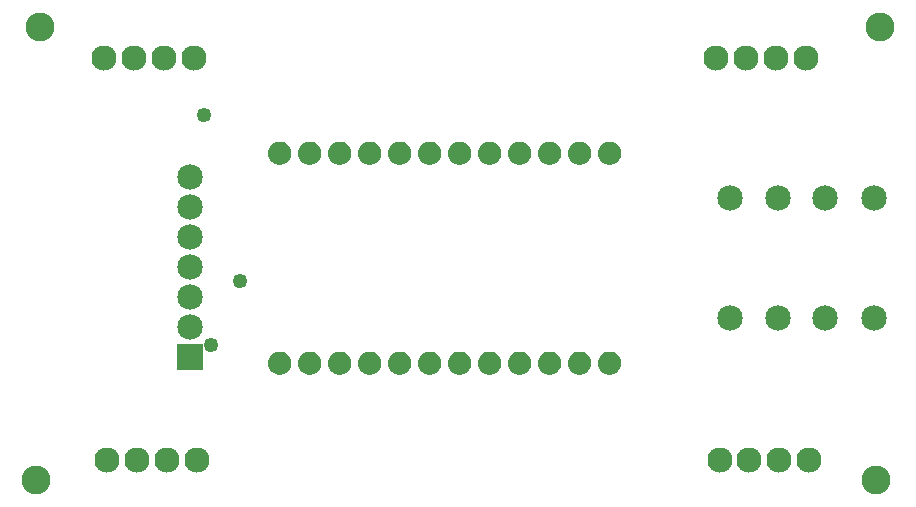
<source format=gbs>
G04 MADE WITH FRITZING*
G04 WWW.FRITZING.ORG*
G04 DOUBLE SIDED*
G04 HOLES PLATED*
G04 CONTOUR ON CENTER OF CONTOUR VECTOR*
%ASAXBY*%
%FSLAX23Y23*%
%MOIN*%
%OFA0B0*%
%SFA1.0B1.0*%
%ADD10C,0.085000*%
%ADD11C,0.049370*%
%ADD12C,0.096614*%
%ADD13C,0.083889*%
%ADD14R,0.010150X0.010150*%
%ADD15R,0.085000X0.085000*%
%ADD16R,0.001000X0.001000*%
%LNMASK0*%
G90*
G70*
G54D10*
X638Y931D03*
X638Y1031D03*
X638Y1131D03*
X638Y531D03*
X638Y631D03*
X638Y731D03*
X638Y831D03*
G54D11*
X804Y784D03*
X708Y568D03*
X684Y1336D03*
G54D10*
X2917Y1061D03*
X2917Y661D03*
X2756Y1061D03*
X2756Y661D03*
X2598Y1061D03*
X2598Y661D03*
X2438Y1061D03*
X2438Y661D03*
G54D12*
X2938Y1631D03*
X2926Y118D03*
X138Y1631D03*
X126Y118D03*
G54D13*
X650Y1526D03*
X550Y1526D03*
X450Y1526D03*
X350Y1526D03*
X363Y186D03*
X463Y186D03*
X563Y186D03*
X663Y186D03*
X2691Y1525D03*
X2591Y1525D03*
X2491Y1525D03*
X2391Y1525D03*
X2404Y187D03*
X2503Y187D03*
X2603Y187D03*
X2703Y187D03*
G54D14*
X611Y956D03*
G54D15*
X638Y531D03*
G54D14*
X639Y531D03*
G54D16*
X930Y1247D02*
X944Y1247D01*
X1030Y1247D02*
X1044Y1247D01*
X1130Y1247D02*
X1144Y1247D01*
X1230Y1247D02*
X1244Y1247D01*
X1330Y1247D02*
X1344Y1247D01*
X1430Y1247D02*
X1444Y1247D01*
X1530Y1247D02*
X1544Y1247D01*
X1630Y1247D02*
X1644Y1247D01*
X1730Y1247D02*
X1744Y1247D01*
X1830Y1247D02*
X1844Y1247D01*
X1930Y1247D02*
X1943Y1247D01*
X2030Y1247D02*
X2043Y1247D01*
X926Y1246D02*
X948Y1246D01*
X1026Y1246D02*
X1047Y1246D01*
X1126Y1246D02*
X1147Y1246D01*
X1226Y1246D02*
X1247Y1246D01*
X1326Y1246D02*
X1347Y1246D01*
X1426Y1246D02*
X1447Y1246D01*
X1526Y1246D02*
X1547Y1246D01*
X1626Y1246D02*
X1647Y1246D01*
X1726Y1246D02*
X1747Y1246D01*
X1826Y1246D02*
X1847Y1246D01*
X1926Y1246D02*
X1947Y1246D01*
X2026Y1246D02*
X2047Y1246D01*
X923Y1245D02*
X950Y1245D01*
X1023Y1245D02*
X1050Y1245D01*
X1123Y1245D02*
X1150Y1245D01*
X1223Y1245D02*
X1250Y1245D01*
X1323Y1245D02*
X1350Y1245D01*
X1423Y1245D02*
X1450Y1245D01*
X1523Y1245D02*
X1550Y1245D01*
X1623Y1245D02*
X1650Y1245D01*
X1723Y1245D02*
X1750Y1245D01*
X1823Y1245D02*
X1850Y1245D01*
X1923Y1245D02*
X1950Y1245D01*
X2023Y1245D02*
X2050Y1245D01*
X921Y1244D02*
X953Y1244D01*
X1021Y1244D02*
X1053Y1244D01*
X1121Y1244D02*
X1153Y1244D01*
X1221Y1244D02*
X1253Y1244D01*
X1321Y1244D02*
X1353Y1244D01*
X1421Y1244D02*
X1453Y1244D01*
X1521Y1244D02*
X1552Y1244D01*
X1621Y1244D02*
X1652Y1244D01*
X1721Y1244D02*
X1752Y1244D01*
X1821Y1244D02*
X1852Y1244D01*
X1921Y1244D02*
X1952Y1244D01*
X2021Y1244D02*
X2052Y1244D01*
X919Y1243D02*
X955Y1243D01*
X1019Y1243D02*
X1055Y1243D01*
X1119Y1243D02*
X1155Y1243D01*
X1219Y1243D02*
X1255Y1243D01*
X1319Y1243D02*
X1355Y1243D01*
X1419Y1243D02*
X1455Y1243D01*
X1519Y1243D02*
X1555Y1243D01*
X1619Y1243D02*
X1655Y1243D01*
X1719Y1243D02*
X1754Y1243D01*
X1819Y1243D02*
X1854Y1243D01*
X1919Y1243D02*
X1954Y1243D01*
X2019Y1243D02*
X2054Y1243D01*
X917Y1242D02*
X956Y1242D01*
X1017Y1242D02*
X1056Y1242D01*
X1117Y1242D02*
X1156Y1242D01*
X1217Y1242D02*
X1256Y1242D01*
X1317Y1242D02*
X1356Y1242D01*
X1417Y1242D02*
X1456Y1242D01*
X1517Y1242D02*
X1556Y1242D01*
X1617Y1242D02*
X1656Y1242D01*
X1717Y1242D02*
X1756Y1242D01*
X1817Y1242D02*
X1856Y1242D01*
X1917Y1242D02*
X1956Y1242D01*
X2017Y1242D02*
X2056Y1242D01*
X916Y1241D02*
X958Y1241D01*
X1016Y1241D02*
X1058Y1241D01*
X1116Y1241D02*
X1158Y1241D01*
X1216Y1241D02*
X1258Y1241D01*
X1316Y1241D02*
X1358Y1241D01*
X1416Y1241D02*
X1458Y1241D01*
X1516Y1241D02*
X1558Y1241D01*
X1616Y1241D02*
X1658Y1241D01*
X1715Y1241D02*
X1758Y1241D01*
X1815Y1241D02*
X1858Y1241D01*
X1915Y1241D02*
X1958Y1241D01*
X2015Y1241D02*
X2058Y1241D01*
X914Y1240D02*
X960Y1240D01*
X1014Y1240D02*
X1060Y1240D01*
X1114Y1240D02*
X1160Y1240D01*
X1214Y1240D02*
X1260Y1240D01*
X1314Y1240D02*
X1360Y1240D01*
X1414Y1240D02*
X1459Y1240D01*
X1514Y1240D02*
X1559Y1240D01*
X1614Y1240D02*
X1659Y1240D01*
X1714Y1240D02*
X1759Y1240D01*
X1814Y1240D02*
X1859Y1240D01*
X1914Y1240D02*
X1959Y1240D01*
X2014Y1240D02*
X2059Y1240D01*
X913Y1239D02*
X961Y1239D01*
X1013Y1239D02*
X1061Y1239D01*
X1113Y1239D02*
X1161Y1239D01*
X1213Y1239D02*
X1261Y1239D01*
X1313Y1239D02*
X1361Y1239D01*
X1413Y1239D02*
X1461Y1239D01*
X1513Y1239D02*
X1561Y1239D01*
X1613Y1239D02*
X1661Y1239D01*
X1713Y1239D02*
X1761Y1239D01*
X1813Y1239D02*
X1861Y1239D01*
X1913Y1239D02*
X1961Y1239D01*
X2013Y1239D02*
X2061Y1239D01*
X912Y1238D02*
X962Y1238D01*
X1012Y1238D02*
X1062Y1238D01*
X1112Y1238D02*
X1162Y1238D01*
X1212Y1238D02*
X1262Y1238D01*
X1312Y1238D02*
X1362Y1238D01*
X1412Y1238D02*
X1462Y1238D01*
X1512Y1238D02*
X1562Y1238D01*
X1612Y1238D02*
X1662Y1238D01*
X1712Y1238D02*
X1762Y1238D01*
X1812Y1238D02*
X1862Y1238D01*
X1912Y1238D02*
X1962Y1238D01*
X2012Y1238D02*
X2062Y1238D01*
X911Y1237D02*
X963Y1237D01*
X1011Y1237D02*
X1063Y1237D01*
X1111Y1237D02*
X1163Y1237D01*
X1211Y1237D02*
X1263Y1237D01*
X1311Y1237D02*
X1363Y1237D01*
X1411Y1237D02*
X1463Y1237D01*
X1511Y1237D02*
X1563Y1237D01*
X1611Y1237D02*
X1663Y1237D01*
X1711Y1237D02*
X1763Y1237D01*
X1810Y1237D02*
X1863Y1237D01*
X1910Y1237D02*
X1963Y1237D01*
X2010Y1237D02*
X2063Y1237D01*
X910Y1236D02*
X964Y1236D01*
X1010Y1236D02*
X1064Y1236D01*
X1110Y1236D02*
X1164Y1236D01*
X1210Y1236D02*
X1264Y1236D01*
X1310Y1236D02*
X1364Y1236D01*
X1410Y1236D02*
X1464Y1236D01*
X1510Y1236D02*
X1564Y1236D01*
X1609Y1236D02*
X1664Y1236D01*
X1709Y1236D02*
X1764Y1236D01*
X1809Y1236D02*
X1864Y1236D01*
X1909Y1236D02*
X1964Y1236D01*
X2009Y1236D02*
X2064Y1236D01*
X909Y1235D02*
X965Y1235D01*
X1009Y1235D02*
X1065Y1235D01*
X1109Y1235D02*
X1165Y1235D01*
X1209Y1235D02*
X1265Y1235D01*
X1309Y1235D02*
X1365Y1235D01*
X1409Y1235D02*
X1465Y1235D01*
X1509Y1235D02*
X1565Y1235D01*
X1609Y1235D02*
X1665Y1235D01*
X1709Y1235D02*
X1765Y1235D01*
X1809Y1235D02*
X1865Y1235D01*
X1909Y1235D02*
X1965Y1235D01*
X2009Y1235D02*
X2065Y1235D01*
X908Y1234D02*
X966Y1234D01*
X1008Y1234D02*
X1066Y1234D01*
X1108Y1234D02*
X1166Y1234D01*
X1208Y1234D02*
X1266Y1234D01*
X1308Y1234D02*
X1366Y1234D01*
X1408Y1234D02*
X1466Y1234D01*
X1508Y1234D02*
X1566Y1234D01*
X1608Y1234D02*
X1666Y1234D01*
X1708Y1234D02*
X1766Y1234D01*
X1808Y1234D02*
X1866Y1234D01*
X1908Y1234D02*
X1966Y1234D01*
X2008Y1234D02*
X2066Y1234D01*
X907Y1233D02*
X967Y1233D01*
X1007Y1233D02*
X1067Y1233D01*
X1107Y1233D02*
X1167Y1233D01*
X1207Y1233D02*
X1267Y1233D01*
X1307Y1233D02*
X1367Y1233D01*
X1407Y1233D02*
X1467Y1233D01*
X1507Y1233D02*
X1567Y1233D01*
X1607Y1233D02*
X1667Y1233D01*
X1707Y1233D02*
X1767Y1233D01*
X1807Y1233D02*
X1867Y1233D01*
X1907Y1233D02*
X1967Y1233D01*
X2007Y1233D02*
X2067Y1233D01*
X906Y1232D02*
X968Y1232D01*
X1006Y1232D02*
X1068Y1232D01*
X1106Y1232D02*
X1168Y1232D01*
X1206Y1232D02*
X1268Y1232D01*
X1306Y1232D02*
X1368Y1232D01*
X1406Y1232D02*
X1468Y1232D01*
X1506Y1232D02*
X1568Y1232D01*
X1606Y1232D02*
X1667Y1232D01*
X1706Y1232D02*
X1767Y1232D01*
X1806Y1232D02*
X1867Y1232D01*
X1906Y1232D02*
X1967Y1232D01*
X2006Y1232D02*
X2067Y1232D01*
X906Y1231D02*
X968Y1231D01*
X1006Y1231D02*
X1068Y1231D01*
X1106Y1231D02*
X1168Y1231D01*
X1206Y1231D02*
X1268Y1231D01*
X1306Y1231D02*
X1368Y1231D01*
X1406Y1231D02*
X1468Y1231D01*
X1506Y1231D02*
X1568Y1231D01*
X1606Y1231D02*
X1668Y1231D01*
X1706Y1231D02*
X1768Y1231D01*
X1806Y1231D02*
X1868Y1231D01*
X1905Y1231D02*
X1968Y1231D01*
X2005Y1231D02*
X2068Y1231D01*
X905Y1230D02*
X969Y1230D01*
X1005Y1230D02*
X1069Y1230D01*
X1105Y1230D02*
X1169Y1230D01*
X1205Y1230D02*
X1269Y1230D01*
X1305Y1230D02*
X1369Y1230D01*
X1405Y1230D02*
X1469Y1230D01*
X1505Y1230D02*
X1569Y1230D01*
X1605Y1230D02*
X1669Y1230D01*
X1705Y1230D02*
X1769Y1230D01*
X1805Y1230D02*
X1869Y1230D01*
X1905Y1230D02*
X1969Y1230D01*
X2005Y1230D02*
X2069Y1230D01*
X905Y1229D02*
X970Y1229D01*
X1005Y1229D02*
X1070Y1229D01*
X1104Y1229D02*
X1170Y1229D01*
X1204Y1229D02*
X1270Y1229D01*
X1304Y1229D02*
X1370Y1229D01*
X1404Y1229D02*
X1470Y1229D01*
X1504Y1229D02*
X1569Y1229D01*
X1604Y1229D02*
X1669Y1229D01*
X1704Y1229D02*
X1769Y1229D01*
X1804Y1229D02*
X1869Y1229D01*
X1904Y1229D02*
X1969Y1229D01*
X2004Y1229D02*
X2069Y1229D01*
X904Y1228D02*
X970Y1228D01*
X1004Y1228D02*
X1070Y1228D01*
X1104Y1228D02*
X1170Y1228D01*
X1204Y1228D02*
X1270Y1228D01*
X1304Y1228D02*
X1370Y1228D01*
X1404Y1228D02*
X1470Y1228D01*
X1504Y1228D02*
X1570Y1228D01*
X1604Y1228D02*
X1670Y1228D01*
X1704Y1228D02*
X1770Y1228D01*
X1804Y1228D02*
X1870Y1228D01*
X1904Y1228D02*
X1970Y1228D01*
X2004Y1228D02*
X2070Y1228D01*
X903Y1227D02*
X971Y1227D01*
X1003Y1227D02*
X1071Y1227D01*
X1103Y1227D02*
X1171Y1227D01*
X1203Y1227D02*
X1271Y1227D01*
X1303Y1227D02*
X1371Y1227D01*
X1403Y1227D02*
X1471Y1227D01*
X1503Y1227D02*
X1571Y1227D01*
X1603Y1227D02*
X1671Y1227D01*
X1703Y1227D02*
X1771Y1227D01*
X1803Y1227D02*
X1871Y1227D01*
X1903Y1227D02*
X1971Y1227D01*
X2003Y1227D02*
X2070Y1227D01*
X903Y1226D02*
X971Y1226D01*
X1003Y1226D02*
X1071Y1226D01*
X1103Y1226D02*
X1171Y1226D01*
X1203Y1226D02*
X1271Y1226D01*
X1303Y1226D02*
X1371Y1226D01*
X1403Y1226D02*
X1471Y1226D01*
X1503Y1226D02*
X1571Y1226D01*
X1603Y1226D02*
X1671Y1226D01*
X1703Y1226D02*
X1771Y1226D01*
X1803Y1226D02*
X1871Y1226D01*
X1903Y1226D02*
X1971Y1226D01*
X2003Y1226D02*
X2071Y1226D01*
X903Y1225D02*
X972Y1225D01*
X1002Y1225D02*
X1072Y1225D01*
X1102Y1225D02*
X1172Y1225D01*
X1202Y1225D02*
X1272Y1225D01*
X1302Y1225D02*
X1372Y1225D01*
X1402Y1225D02*
X1472Y1225D01*
X1502Y1225D02*
X1572Y1225D01*
X1602Y1225D02*
X1672Y1225D01*
X1702Y1225D02*
X1772Y1225D01*
X1802Y1225D02*
X1872Y1225D01*
X1902Y1225D02*
X1972Y1225D01*
X2002Y1225D02*
X2071Y1225D01*
X902Y1224D02*
X972Y1224D01*
X1002Y1224D02*
X1072Y1224D01*
X1102Y1224D02*
X1172Y1224D01*
X1202Y1224D02*
X1272Y1224D01*
X1302Y1224D02*
X1372Y1224D01*
X1402Y1224D02*
X1472Y1224D01*
X1502Y1224D02*
X1572Y1224D01*
X1602Y1224D02*
X1672Y1224D01*
X1702Y1224D02*
X1772Y1224D01*
X1802Y1224D02*
X1872Y1224D01*
X1902Y1224D02*
X1972Y1224D01*
X2002Y1224D02*
X2072Y1224D01*
X902Y1223D02*
X973Y1223D01*
X1002Y1223D02*
X1073Y1223D01*
X1102Y1223D02*
X1173Y1223D01*
X1202Y1223D02*
X1273Y1223D01*
X1302Y1223D02*
X1373Y1223D01*
X1402Y1223D02*
X1473Y1223D01*
X1501Y1223D02*
X1572Y1223D01*
X1601Y1223D02*
X1672Y1223D01*
X1701Y1223D02*
X1772Y1223D01*
X1801Y1223D02*
X1872Y1223D01*
X1901Y1223D02*
X1972Y1223D01*
X2001Y1223D02*
X2072Y1223D01*
X901Y1222D02*
X973Y1222D01*
X1001Y1222D02*
X1073Y1222D01*
X1101Y1222D02*
X1173Y1222D01*
X1201Y1222D02*
X1273Y1222D01*
X1301Y1222D02*
X1373Y1222D01*
X1401Y1222D02*
X1473Y1222D01*
X1501Y1222D02*
X1573Y1222D01*
X1601Y1222D02*
X1673Y1222D01*
X1701Y1222D02*
X1773Y1222D01*
X1801Y1222D02*
X1873Y1222D01*
X1901Y1222D02*
X1973Y1222D01*
X2001Y1222D02*
X2073Y1222D01*
X901Y1221D02*
X973Y1221D01*
X1001Y1221D02*
X1073Y1221D01*
X1101Y1221D02*
X1173Y1221D01*
X1201Y1221D02*
X1273Y1221D01*
X1301Y1221D02*
X1373Y1221D01*
X1401Y1221D02*
X1473Y1221D01*
X1501Y1221D02*
X1573Y1221D01*
X1601Y1221D02*
X1673Y1221D01*
X1701Y1221D02*
X1773Y1221D01*
X1801Y1221D02*
X1873Y1221D01*
X1901Y1221D02*
X1973Y1221D01*
X2001Y1221D02*
X2073Y1221D01*
X901Y1220D02*
X974Y1220D01*
X1001Y1220D02*
X1074Y1220D01*
X1101Y1220D02*
X1174Y1220D01*
X1200Y1220D02*
X1274Y1220D01*
X1300Y1220D02*
X1374Y1220D01*
X1400Y1220D02*
X1474Y1220D01*
X1500Y1220D02*
X1574Y1220D01*
X1600Y1220D02*
X1674Y1220D01*
X1700Y1220D02*
X1774Y1220D01*
X1800Y1220D02*
X1874Y1220D01*
X1900Y1220D02*
X1974Y1220D01*
X2000Y1220D02*
X2073Y1220D01*
X900Y1219D02*
X974Y1219D01*
X1000Y1219D02*
X1074Y1219D01*
X1100Y1219D02*
X1174Y1219D01*
X1200Y1219D02*
X1274Y1219D01*
X1300Y1219D02*
X1374Y1219D01*
X1400Y1219D02*
X1474Y1219D01*
X1500Y1219D02*
X1574Y1219D01*
X1600Y1219D02*
X1674Y1219D01*
X1700Y1219D02*
X1774Y1219D01*
X1800Y1219D02*
X1874Y1219D01*
X1900Y1219D02*
X1974Y1219D01*
X2000Y1219D02*
X2074Y1219D01*
X900Y1218D02*
X974Y1218D01*
X1000Y1218D02*
X1074Y1218D01*
X1100Y1218D02*
X1174Y1218D01*
X1200Y1218D02*
X1274Y1218D01*
X1300Y1218D02*
X1374Y1218D01*
X1400Y1218D02*
X1474Y1218D01*
X1500Y1218D02*
X1574Y1218D01*
X1600Y1218D02*
X1674Y1218D01*
X1700Y1218D02*
X1774Y1218D01*
X1800Y1218D02*
X1874Y1218D01*
X1900Y1218D02*
X1974Y1218D01*
X2000Y1218D02*
X2074Y1218D01*
X900Y1217D02*
X975Y1217D01*
X1000Y1217D02*
X1075Y1217D01*
X1100Y1217D02*
X1175Y1217D01*
X1200Y1217D02*
X1275Y1217D01*
X1300Y1217D02*
X1375Y1217D01*
X1400Y1217D02*
X1474Y1217D01*
X1500Y1217D02*
X1574Y1217D01*
X1600Y1217D02*
X1674Y1217D01*
X1700Y1217D02*
X1774Y1217D01*
X1800Y1217D02*
X1874Y1217D01*
X1899Y1217D02*
X1974Y1217D01*
X1999Y1217D02*
X2074Y1217D01*
X900Y1216D02*
X975Y1216D01*
X1000Y1216D02*
X1075Y1216D01*
X1099Y1216D02*
X1175Y1216D01*
X1199Y1216D02*
X1275Y1216D01*
X1299Y1216D02*
X1375Y1216D01*
X1399Y1216D02*
X1475Y1216D01*
X1499Y1216D02*
X1575Y1216D01*
X1599Y1216D02*
X1675Y1216D01*
X1699Y1216D02*
X1775Y1216D01*
X1799Y1216D02*
X1875Y1216D01*
X1899Y1216D02*
X1975Y1216D01*
X1999Y1216D02*
X2075Y1216D01*
X899Y1215D02*
X975Y1215D01*
X999Y1215D02*
X1075Y1215D01*
X1099Y1215D02*
X1175Y1215D01*
X1199Y1215D02*
X1275Y1215D01*
X1299Y1215D02*
X1375Y1215D01*
X1399Y1215D02*
X1475Y1215D01*
X1499Y1215D02*
X1575Y1215D01*
X1599Y1215D02*
X1675Y1215D01*
X1699Y1215D02*
X1775Y1215D01*
X1799Y1215D02*
X1875Y1215D01*
X1899Y1215D02*
X1975Y1215D01*
X1999Y1215D02*
X2075Y1215D01*
X899Y1214D02*
X975Y1214D01*
X999Y1214D02*
X1075Y1214D01*
X1099Y1214D02*
X1175Y1214D01*
X1199Y1214D02*
X1275Y1214D01*
X1299Y1214D02*
X1375Y1214D01*
X1399Y1214D02*
X1475Y1214D01*
X1499Y1214D02*
X1575Y1214D01*
X1599Y1214D02*
X1675Y1214D01*
X1699Y1214D02*
X1775Y1214D01*
X1799Y1214D02*
X1875Y1214D01*
X1899Y1214D02*
X1975Y1214D01*
X1999Y1214D02*
X2075Y1214D01*
X899Y1213D02*
X975Y1213D01*
X999Y1213D02*
X1075Y1213D01*
X1099Y1213D02*
X1175Y1213D01*
X1199Y1213D02*
X1275Y1213D01*
X1299Y1213D02*
X1375Y1213D01*
X1399Y1213D02*
X1475Y1213D01*
X1499Y1213D02*
X1575Y1213D01*
X1599Y1213D02*
X1675Y1213D01*
X1699Y1213D02*
X1775Y1213D01*
X1799Y1213D02*
X1875Y1213D01*
X1899Y1213D02*
X1975Y1213D01*
X1999Y1213D02*
X2075Y1213D01*
X899Y1212D02*
X976Y1212D01*
X999Y1212D02*
X1075Y1212D01*
X1099Y1212D02*
X1175Y1212D01*
X1199Y1212D02*
X1275Y1212D01*
X1299Y1212D02*
X1375Y1212D01*
X1399Y1212D02*
X1475Y1212D01*
X1499Y1212D02*
X1575Y1212D01*
X1599Y1212D02*
X1675Y1212D01*
X1699Y1212D02*
X1775Y1212D01*
X1799Y1212D02*
X1875Y1212D01*
X1899Y1212D02*
X1975Y1212D01*
X1999Y1212D02*
X2075Y1212D01*
X899Y1211D02*
X976Y1211D01*
X999Y1211D02*
X1076Y1211D01*
X1099Y1211D02*
X1176Y1211D01*
X1199Y1211D02*
X1276Y1211D01*
X1299Y1211D02*
X1375Y1211D01*
X1399Y1211D02*
X1475Y1211D01*
X1499Y1211D02*
X1575Y1211D01*
X1599Y1211D02*
X1675Y1211D01*
X1699Y1211D02*
X1775Y1211D01*
X1799Y1211D02*
X1875Y1211D01*
X1899Y1211D02*
X1975Y1211D01*
X1999Y1211D02*
X2075Y1211D01*
X899Y1210D02*
X976Y1210D01*
X999Y1210D02*
X1076Y1210D01*
X1099Y1210D02*
X1176Y1210D01*
X1199Y1210D02*
X1276Y1210D01*
X1299Y1210D02*
X1376Y1210D01*
X1399Y1210D02*
X1476Y1210D01*
X1499Y1210D02*
X1575Y1210D01*
X1599Y1210D02*
X1675Y1210D01*
X1699Y1210D02*
X1775Y1210D01*
X1799Y1210D02*
X1875Y1210D01*
X1899Y1210D02*
X1975Y1210D01*
X1998Y1210D02*
X2075Y1210D01*
X899Y1209D02*
X976Y1209D01*
X999Y1209D02*
X1076Y1209D01*
X1099Y1209D02*
X1176Y1209D01*
X1199Y1209D02*
X1276Y1209D01*
X1299Y1209D02*
X1376Y1209D01*
X1399Y1209D02*
X1476Y1209D01*
X1499Y1209D02*
X1576Y1209D01*
X1599Y1209D02*
X1676Y1209D01*
X1699Y1209D02*
X1775Y1209D01*
X1798Y1209D02*
X1875Y1209D01*
X1898Y1209D02*
X1975Y1209D01*
X1998Y1209D02*
X2075Y1209D01*
X899Y1208D02*
X976Y1208D01*
X999Y1208D02*
X1076Y1208D01*
X1099Y1208D02*
X1176Y1208D01*
X1199Y1208D02*
X1276Y1208D01*
X1299Y1208D02*
X1376Y1208D01*
X1399Y1208D02*
X1476Y1208D01*
X1499Y1208D02*
X1576Y1208D01*
X1599Y1208D02*
X1675Y1208D01*
X1699Y1208D02*
X1775Y1208D01*
X1799Y1208D02*
X1875Y1208D01*
X1899Y1208D02*
X1975Y1208D01*
X1998Y1208D02*
X2075Y1208D01*
X899Y1207D02*
X976Y1207D01*
X999Y1207D02*
X1076Y1207D01*
X1099Y1207D02*
X1176Y1207D01*
X1199Y1207D02*
X1276Y1207D01*
X1299Y1207D02*
X1376Y1207D01*
X1399Y1207D02*
X1475Y1207D01*
X1499Y1207D02*
X1575Y1207D01*
X1599Y1207D02*
X1675Y1207D01*
X1699Y1207D02*
X1775Y1207D01*
X1799Y1207D02*
X1875Y1207D01*
X1899Y1207D02*
X1975Y1207D01*
X1999Y1207D02*
X2075Y1207D01*
X899Y1206D02*
X976Y1206D01*
X999Y1206D02*
X1076Y1206D01*
X1099Y1206D02*
X1176Y1206D01*
X1199Y1206D02*
X1275Y1206D01*
X1299Y1206D02*
X1375Y1206D01*
X1399Y1206D02*
X1475Y1206D01*
X1499Y1206D02*
X1575Y1206D01*
X1599Y1206D02*
X1675Y1206D01*
X1699Y1206D02*
X1775Y1206D01*
X1799Y1206D02*
X1875Y1206D01*
X1899Y1206D02*
X1975Y1206D01*
X1999Y1206D02*
X2075Y1206D01*
X899Y1205D02*
X975Y1205D01*
X999Y1205D02*
X1075Y1205D01*
X1099Y1205D02*
X1175Y1205D01*
X1199Y1205D02*
X1275Y1205D01*
X1299Y1205D02*
X1375Y1205D01*
X1399Y1205D02*
X1475Y1205D01*
X1499Y1205D02*
X1575Y1205D01*
X1599Y1205D02*
X1675Y1205D01*
X1699Y1205D02*
X1775Y1205D01*
X1799Y1205D02*
X1875Y1205D01*
X1899Y1205D02*
X1975Y1205D01*
X1999Y1205D02*
X2075Y1205D01*
X899Y1204D02*
X975Y1204D01*
X999Y1204D02*
X1075Y1204D01*
X1099Y1204D02*
X1175Y1204D01*
X1199Y1204D02*
X1275Y1204D01*
X1299Y1204D02*
X1375Y1204D01*
X1399Y1204D02*
X1475Y1204D01*
X1499Y1204D02*
X1575Y1204D01*
X1599Y1204D02*
X1675Y1204D01*
X1699Y1204D02*
X1775Y1204D01*
X1799Y1204D02*
X1875Y1204D01*
X1899Y1204D02*
X1975Y1204D01*
X1999Y1204D02*
X2075Y1204D01*
X899Y1203D02*
X975Y1203D01*
X999Y1203D02*
X1075Y1203D01*
X1099Y1203D02*
X1175Y1203D01*
X1199Y1203D02*
X1275Y1203D01*
X1299Y1203D02*
X1375Y1203D01*
X1399Y1203D02*
X1475Y1203D01*
X1499Y1203D02*
X1575Y1203D01*
X1599Y1203D02*
X1675Y1203D01*
X1699Y1203D02*
X1775Y1203D01*
X1799Y1203D02*
X1875Y1203D01*
X1899Y1203D02*
X1975Y1203D01*
X1999Y1203D02*
X2075Y1203D01*
X899Y1202D02*
X975Y1202D01*
X999Y1202D02*
X1075Y1202D01*
X1099Y1202D02*
X1175Y1202D01*
X1199Y1202D02*
X1275Y1202D01*
X1299Y1202D02*
X1375Y1202D01*
X1399Y1202D02*
X1475Y1202D01*
X1499Y1202D02*
X1575Y1202D01*
X1599Y1202D02*
X1675Y1202D01*
X1699Y1202D02*
X1775Y1202D01*
X1799Y1202D02*
X1875Y1202D01*
X1899Y1202D02*
X1975Y1202D01*
X1999Y1202D02*
X2075Y1202D01*
X900Y1201D02*
X975Y1201D01*
X1000Y1201D02*
X1075Y1201D01*
X1100Y1201D02*
X1175Y1201D01*
X1200Y1201D02*
X1275Y1201D01*
X1300Y1201D02*
X1375Y1201D01*
X1399Y1201D02*
X1475Y1201D01*
X1499Y1201D02*
X1575Y1201D01*
X1599Y1201D02*
X1675Y1201D01*
X1699Y1201D02*
X1775Y1201D01*
X1799Y1201D02*
X1875Y1201D01*
X1899Y1201D02*
X1975Y1201D01*
X1999Y1201D02*
X2075Y1201D01*
X900Y1200D02*
X975Y1200D01*
X1000Y1200D02*
X1075Y1200D01*
X1100Y1200D02*
X1175Y1200D01*
X1200Y1200D02*
X1275Y1200D01*
X1300Y1200D02*
X1375Y1200D01*
X1400Y1200D02*
X1475Y1200D01*
X1500Y1200D02*
X1574Y1200D01*
X1600Y1200D02*
X1674Y1200D01*
X1700Y1200D02*
X1774Y1200D01*
X1800Y1200D02*
X1874Y1200D01*
X1900Y1200D02*
X1974Y1200D01*
X2000Y1200D02*
X2074Y1200D01*
X900Y1199D02*
X974Y1199D01*
X1000Y1199D02*
X1074Y1199D01*
X1100Y1199D02*
X1174Y1199D01*
X1200Y1199D02*
X1274Y1199D01*
X1300Y1199D02*
X1374Y1199D01*
X1400Y1199D02*
X1474Y1199D01*
X1500Y1199D02*
X1574Y1199D01*
X1600Y1199D02*
X1674Y1199D01*
X1700Y1199D02*
X1774Y1199D01*
X1800Y1199D02*
X1874Y1199D01*
X1900Y1199D02*
X1974Y1199D01*
X2000Y1199D02*
X2074Y1199D01*
X900Y1198D02*
X974Y1198D01*
X1000Y1198D02*
X1074Y1198D01*
X1100Y1198D02*
X1174Y1198D01*
X1200Y1198D02*
X1274Y1198D01*
X1300Y1198D02*
X1374Y1198D01*
X1400Y1198D02*
X1474Y1198D01*
X1500Y1198D02*
X1574Y1198D01*
X1600Y1198D02*
X1674Y1198D01*
X1700Y1198D02*
X1774Y1198D01*
X1800Y1198D02*
X1874Y1198D01*
X1900Y1198D02*
X1974Y1198D01*
X2000Y1198D02*
X2074Y1198D01*
X901Y1197D02*
X974Y1197D01*
X1001Y1197D02*
X1074Y1197D01*
X1101Y1197D02*
X1174Y1197D01*
X1201Y1197D02*
X1274Y1197D01*
X1301Y1197D02*
X1374Y1197D01*
X1401Y1197D02*
X1474Y1197D01*
X1501Y1197D02*
X1574Y1197D01*
X1600Y1197D02*
X1674Y1197D01*
X1700Y1197D02*
X1774Y1197D01*
X1800Y1197D02*
X1874Y1197D01*
X1900Y1197D02*
X1974Y1197D01*
X2000Y1197D02*
X2074Y1197D01*
X901Y1196D02*
X974Y1196D01*
X1001Y1196D02*
X1074Y1196D01*
X1101Y1196D02*
X1173Y1196D01*
X1201Y1196D02*
X1273Y1196D01*
X1301Y1196D02*
X1373Y1196D01*
X1401Y1196D02*
X1473Y1196D01*
X1501Y1196D02*
X1573Y1196D01*
X1601Y1196D02*
X1673Y1196D01*
X1701Y1196D02*
X1773Y1196D01*
X1801Y1196D02*
X1873Y1196D01*
X1901Y1196D02*
X1973Y1196D01*
X2001Y1196D02*
X2073Y1196D01*
X901Y1195D02*
X973Y1195D01*
X1001Y1195D02*
X1073Y1195D01*
X1101Y1195D02*
X1173Y1195D01*
X1201Y1195D02*
X1273Y1195D01*
X1301Y1195D02*
X1373Y1195D01*
X1401Y1195D02*
X1473Y1195D01*
X1501Y1195D02*
X1573Y1195D01*
X1601Y1195D02*
X1673Y1195D01*
X1701Y1195D02*
X1773Y1195D01*
X1801Y1195D02*
X1873Y1195D01*
X1901Y1195D02*
X1973Y1195D01*
X2001Y1195D02*
X2073Y1195D01*
X902Y1194D02*
X973Y1194D01*
X1002Y1194D02*
X1073Y1194D01*
X1102Y1194D02*
X1173Y1194D01*
X1202Y1194D02*
X1273Y1194D01*
X1302Y1194D02*
X1373Y1194D01*
X1402Y1194D02*
X1473Y1194D01*
X1502Y1194D02*
X1573Y1194D01*
X1602Y1194D02*
X1673Y1194D01*
X1702Y1194D02*
X1773Y1194D01*
X1801Y1194D02*
X1873Y1194D01*
X1901Y1194D02*
X1973Y1194D01*
X2001Y1194D02*
X2073Y1194D01*
X902Y1193D02*
X972Y1193D01*
X1002Y1193D02*
X1072Y1193D01*
X1102Y1193D02*
X1172Y1193D01*
X1202Y1193D02*
X1272Y1193D01*
X1302Y1193D02*
X1372Y1193D01*
X1402Y1193D02*
X1472Y1193D01*
X1502Y1193D02*
X1572Y1193D01*
X1602Y1193D02*
X1672Y1193D01*
X1702Y1193D02*
X1772Y1193D01*
X1802Y1193D02*
X1872Y1193D01*
X1902Y1193D02*
X1972Y1193D01*
X2002Y1193D02*
X2072Y1193D01*
X903Y1192D02*
X972Y1192D01*
X1003Y1192D02*
X1072Y1192D01*
X1103Y1192D02*
X1172Y1192D01*
X1203Y1192D02*
X1272Y1192D01*
X1303Y1192D02*
X1372Y1192D01*
X1402Y1192D02*
X1472Y1192D01*
X1502Y1192D02*
X1572Y1192D01*
X1602Y1192D02*
X1672Y1192D01*
X1702Y1192D02*
X1772Y1192D01*
X1802Y1192D02*
X1872Y1192D01*
X1902Y1192D02*
X1972Y1192D01*
X2002Y1192D02*
X2072Y1192D01*
X903Y1191D02*
X971Y1191D01*
X1003Y1191D02*
X1071Y1191D01*
X1103Y1191D02*
X1171Y1191D01*
X1203Y1191D02*
X1271Y1191D01*
X1303Y1191D02*
X1371Y1191D01*
X1403Y1191D02*
X1471Y1191D01*
X1503Y1191D02*
X1571Y1191D01*
X1603Y1191D02*
X1671Y1191D01*
X1703Y1191D02*
X1771Y1191D01*
X1803Y1191D02*
X1871Y1191D01*
X1903Y1191D02*
X1971Y1191D01*
X2003Y1191D02*
X2071Y1191D01*
X904Y1190D02*
X971Y1190D01*
X1004Y1190D02*
X1071Y1190D01*
X1104Y1190D02*
X1171Y1190D01*
X1203Y1190D02*
X1271Y1190D01*
X1303Y1190D02*
X1371Y1190D01*
X1403Y1190D02*
X1471Y1190D01*
X1503Y1190D02*
X1571Y1190D01*
X1603Y1190D02*
X1671Y1190D01*
X1703Y1190D02*
X1771Y1190D01*
X1803Y1190D02*
X1871Y1190D01*
X1903Y1190D02*
X1971Y1190D01*
X2003Y1190D02*
X2071Y1190D01*
X904Y1189D02*
X970Y1189D01*
X1004Y1189D02*
X1070Y1189D01*
X1104Y1189D02*
X1170Y1189D01*
X1204Y1189D02*
X1270Y1189D01*
X1304Y1189D02*
X1370Y1189D01*
X1404Y1189D02*
X1470Y1189D01*
X1504Y1189D02*
X1570Y1189D01*
X1604Y1189D02*
X1670Y1189D01*
X1704Y1189D02*
X1770Y1189D01*
X1804Y1189D02*
X1870Y1189D01*
X1904Y1189D02*
X1970Y1189D01*
X2004Y1189D02*
X2070Y1189D01*
X905Y1188D02*
X970Y1188D01*
X1005Y1188D02*
X1070Y1188D01*
X1105Y1188D02*
X1170Y1188D01*
X1205Y1188D02*
X1270Y1188D01*
X1305Y1188D02*
X1370Y1188D01*
X1405Y1188D02*
X1470Y1188D01*
X1505Y1188D02*
X1570Y1188D01*
X1604Y1188D02*
X1669Y1188D01*
X1704Y1188D02*
X1769Y1188D01*
X1804Y1188D02*
X1869Y1188D01*
X1904Y1188D02*
X1969Y1188D01*
X2004Y1188D02*
X2069Y1188D01*
X905Y1187D02*
X969Y1187D01*
X1005Y1187D02*
X1069Y1187D01*
X1105Y1187D02*
X1169Y1187D01*
X1205Y1187D02*
X1269Y1187D01*
X1305Y1187D02*
X1369Y1187D01*
X1405Y1187D02*
X1469Y1187D01*
X1505Y1187D02*
X1569Y1187D01*
X1605Y1187D02*
X1669Y1187D01*
X1705Y1187D02*
X1769Y1187D01*
X1805Y1187D02*
X1869Y1187D01*
X1905Y1187D02*
X1969Y1187D01*
X2005Y1187D02*
X2069Y1187D01*
X906Y1186D02*
X968Y1186D01*
X1006Y1186D02*
X1068Y1186D01*
X1106Y1186D02*
X1168Y1186D01*
X1206Y1186D02*
X1268Y1186D01*
X1306Y1186D02*
X1368Y1186D01*
X1406Y1186D02*
X1468Y1186D01*
X1506Y1186D02*
X1568Y1186D01*
X1606Y1186D02*
X1668Y1186D01*
X1706Y1186D02*
X1768Y1186D01*
X1806Y1186D02*
X1868Y1186D01*
X1906Y1186D02*
X1968Y1186D01*
X2006Y1186D02*
X2068Y1186D01*
X907Y1185D02*
X968Y1185D01*
X1007Y1185D02*
X1068Y1185D01*
X1107Y1185D02*
X1168Y1185D01*
X1207Y1185D02*
X1267Y1185D01*
X1307Y1185D02*
X1367Y1185D01*
X1406Y1185D02*
X1467Y1185D01*
X1506Y1185D02*
X1567Y1185D01*
X1606Y1185D02*
X1667Y1185D01*
X1706Y1185D02*
X1767Y1185D01*
X1806Y1185D02*
X1867Y1185D01*
X1906Y1185D02*
X1967Y1185D01*
X2006Y1185D02*
X2067Y1185D01*
X907Y1184D02*
X967Y1184D01*
X1007Y1184D02*
X1067Y1184D01*
X1107Y1184D02*
X1167Y1184D01*
X1207Y1184D02*
X1267Y1184D01*
X1307Y1184D02*
X1367Y1184D01*
X1407Y1184D02*
X1467Y1184D01*
X1507Y1184D02*
X1567Y1184D01*
X1607Y1184D02*
X1667Y1184D01*
X1707Y1184D02*
X1767Y1184D01*
X1807Y1184D02*
X1867Y1184D01*
X1907Y1184D02*
X1967Y1184D01*
X2007Y1184D02*
X2067Y1184D01*
X908Y1183D02*
X966Y1183D01*
X1008Y1183D02*
X1066Y1183D01*
X1108Y1183D02*
X1166Y1183D01*
X1208Y1183D02*
X1266Y1183D01*
X1308Y1183D02*
X1366Y1183D01*
X1408Y1183D02*
X1466Y1183D01*
X1508Y1183D02*
X1566Y1183D01*
X1608Y1183D02*
X1666Y1183D01*
X1708Y1183D02*
X1766Y1183D01*
X1808Y1183D02*
X1866Y1183D01*
X1908Y1183D02*
X1966Y1183D01*
X2008Y1183D02*
X2066Y1183D01*
X909Y1182D02*
X965Y1182D01*
X1009Y1182D02*
X1065Y1182D01*
X1109Y1182D02*
X1165Y1182D01*
X1209Y1182D02*
X1265Y1182D01*
X1309Y1182D02*
X1365Y1182D01*
X1409Y1182D02*
X1465Y1182D01*
X1509Y1182D02*
X1565Y1182D01*
X1609Y1182D02*
X1665Y1182D01*
X1709Y1182D02*
X1765Y1182D01*
X1809Y1182D02*
X1865Y1182D01*
X1909Y1182D02*
X1965Y1182D01*
X2009Y1182D02*
X2065Y1182D01*
X910Y1181D02*
X964Y1181D01*
X1010Y1181D02*
X1064Y1181D01*
X1110Y1181D02*
X1164Y1181D01*
X1210Y1181D02*
X1264Y1181D01*
X1310Y1181D02*
X1364Y1181D01*
X1410Y1181D02*
X1464Y1181D01*
X1510Y1181D02*
X1564Y1181D01*
X1610Y1181D02*
X1664Y1181D01*
X1710Y1181D02*
X1764Y1181D01*
X1810Y1181D02*
X1864Y1181D01*
X1910Y1181D02*
X1964Y1181D01*
X2010Y1181D02*
X2064Y1181D01*
X911Y1180D02*
X963Y1180D01*
X1011Y1180D02*
X1063Y1180D01*
X1111Y1180D02*
X1163Y1180D01*
X1211Y1180D02*
X1263Y1180D01*
X1311Y1180D02*
X1363Y1180D01*
X1411Y1180D02*
X1463Y1180D01*
X1511Y1180D02*
X1563Y1180D01*
X1611Y1180D02*
X1663Y1180D01*
X1711Y1180D02*
X1763Y1180D01*
X1811Y1180D02*
X1863Y1180D01*
X1911Y1180D02*
X1963Y1180D01*
X2011Y1180D02*
X2063Y1180D01*
X912Y1179D02*
X962Y1179D01*
X1012Y1179D02*
X1062Y1179D01*
X1112Y1179D02*
X1162Y1179D01*
X1212Y1179D02*
X1262Y1179D01*
X1312Y1179D02*
X1362Y1179D01*
X1412Y1179D02*
X1462Y1179D01*
X1512Y1179D02*
X1562Y1179D01*
X1612Y1179D02*
X1662Y1179D01*
X1712Y1179D02*
X1762Y1179D01*
X1812Y1179D02*
X1862Y1179D01*
X1912Y1179D02*
X1962Y1179D01*
X2012Y1179D02*
X2062Y1179D01*
X914Y1178D02*
X961Y1178D01*
X1013Y1178D02*
X1061Y1178D01*
X1113Y1178D02*
X1160Y1178D01*
X1213Y1178D02*
X1260Y1178D01*
X1313Y1178D02*
X1360Y1178D01*
X1413Y1178D02*
X1460Y1178D01*
X1513Y1178D02*
X1560Y1178D01*
X1613Y1178D02*
X1660Y1178D01*
X1713Y1178D02*
X1760Y1178D01*
X1813Y1178D02*
X1860Y1178D01*
X1913Y1178D02*
X1960Y1178D01*
X2013Y1178D02*
X2060Y1178D01*
X915Y1177D02*
X959Y1177D01*
X1015Y1177D02*
X1059Y1177D01*
X1115Y1177D02*
X1159Y1177D01*
X1215Y1177D02*
X1259Y1177D01*
X1315Y1177D02*
X1359Y1177D01*
X1415Y1177D02*
X1459Y1177D01*
X1515Y1177D02*
X1559Y1177D01*
X1615Y1177D02*
X1659Y1177D01*
X1715Y1177D02*
X1759Y1177D01*
X1815Y1177D02*
X1859Y1177D01*
X1915Y1177D02*
X1959Y1177D01*
X2015Y1177D02*
X2059Y1177D01*
X917Y1176D02*
X958Y1176D01*
X1016Y1176D02*
X1058Y1176D01*
X1116Y1176D02*
X1157Y1176D01*
X1216Y1176D02*
X1257Y1176D01*
X1316Y1176D02*
X1357Y1176D01*
X1416Y1176D02*
X1457Y1176D01*
X1516Y1176D02*
X1557Y1176D01*
X1616Y1176D02*
X1657Y1176D01*
X1716Y1176D02*
X1757Y1176D01*
X1816Y1176D02*
X1857Y1176D01*
X1916Y1176D02*
X1957Y1176D01*
X2016Y1176D02*
X2057Y1176D01*
X918Y1175D02*
X956Y1175D01*
X1018Y1175D02*
X1056Y1175D01*
X1118Y1175D02*
X1156Y1175D01*
X1218Y1175D02*
X1256Y1175D01*
X1318Y1175D02*
X1356Y1175D01*
X1418Y1175D02*
X1456Y1175D01*
X1518Y1175D02*
X1556Y1175D01*
X1618Y1175D02*
X1656Y1175D01*
X1718Y1175D02*
X1756Y1175D01*
X1818Y1175D02*
X1856Y1175D01*
X1918Y1175D02*
X1955Y1175D01*
X2018Y1175D02*
X2055Y1175D01*
X920Y1174D02*
X954Y1174D01*
X1020Y1174D02*
X1054Y1174D01*
X1120Y1174D02*
X1154Y1174D01*
X1220Y1174D02*
X1254Y1174D01*
X1320Y1174D02*
X1354Y1174D01*
X1420Y1174D02*
X1454Y1174D01*
X1520Y1174D02*
X1554Y1174D01*
X1620Y1174D02*
X1654Y1174D01*
X1720Y1174D02*
X1754Y1174D01*
X1820Y1174D02*
X1854Y1174D01*
X1920Y1174D02*
X1953Y1174D01*
X2020Y1174D02*
X2053Y1174D01*
X923Y1173D02*
X952Y1173D01*
X1022Y1173D02*
X1052Y1173D01*
X1122Y1173D02*
X1152Y1173D01*
X1222Y1173D02*
X1251Y1173D01*
X1322Y1173D02*
X1351Y1173D01*
X1422Y1173D02*
X1451Y1173D01*
X1522Y1173D02*
X1551Y1173D01*
X1622Y1173D02*
X1651Y1173D01*
X1722Y1173D02*
X1751Y1173D01*
X1822Y1173D02*
X1851Y1173D01*
X1922Y1173D02*
X1951Y1173D01*
X2022Y1173D02*
X2051Y1173D01*
X925Y1172D02*
X949Y1172D01*
X1025Y1172D02*
X1049Y1172D01*
X1125Y1172D02*
X1149Y1172D01*
X1225Y1172D02*
X1249Y1172D01*
X1325Y1172D02*
X1349Y1172D01*
X1425Y1172D02*
X1449Y1172D01*
X1525Y1172D02*
X1549Y1172D01*
X1625Y1172D02*
X1649Y1172D01*
X1725Y1172D02*
X1749Y1172D01*
X1825Y1172D02*
X1849Y1172D01*
X1925Y1172D02*
X1949Y1172D01*
X2025Y1172D02*
X2049Y1172D01*
X929Y1171D02*
X945Y1171D01*
X1029Y1171D02*
X1045Y1171D01*
X1129Y1171D02*
X1145Y1171D01*
X1229Y1171D02*
X1245Y1171D01*
X1329Y1171D02*
X1345Y1171D01*
X1429Y1171D02*
X1445Y1171D01*
X1529Y1171D02*
X1545Y1171D01*
X1629Y1171D02*
X1645Y1171D01*
X1729Y1171D02*
X1745Y1171D01*
X1828Y1171D02*
X1845Y1171D01*
X1928Y1171D02*
X1945Y1171D01*
X2028Y1171D02*
X2045Y1171D01*
X935Y1170D02*
X940Y1170D01*
X1035Y1170D02*
X1040Y1170D01*
X1135Y1170D02*
X1140Y1170D01*
X1235Y1170D02*
X1240Y1170D01*
X1335Y1170D02*
X1340Y1170D01*
X1435Y1170D02*
X1440Y1170D01*
X1535Y1170D02*
X1539Y1170D01*
X1634Y1170D02*
X1639Y1170D01*
X1734Y1170D02*
X1739Y1170D01*
X1834Y1170D02*
X1839Y1170D01*
X1934Y1170D02*
X1939Y1170D01*
X2034Y1170D02*
X2039Y1170D01*
X929Y547D02*
X944Y547D01*
X1029Y547D02*
X1044Y547D01*
X1129Y547D02*
X1144Y547D01*
X1229Y547D02*
X1244Y547D01*
X1329Y547D02*
X1344Y547D01*
X1429Y547D02*
X1444Y547D01*
X1529Y547D02*
X1544Y547D01*
X1629Y547D02*
X1644Y547D01*
X1729Y547D02*
X1744Y547D01*
X1829Y547D02*
X1844Y547D01*
X1929Y547D02*
X1944Y547D01*
X2029Y547D02*
X2044Y547D01*
X926Y546D02*
X948Y546D01*
X1026Y546D02*
X1048Y546D01*
X1126Y546D02*
X1148Y546D01*
X1226Y546D02*
X1248Y546D01*
X1326Y546D02*
X1348Y546D01*
X1425Y546D02*
X1448Y546D01*
X1525Y546D02*
X1548Y546D01*
X1625Y546D02*
X1648Y546D01*
X1725Y546D02*
X1748Y546D01*
X1825Y546D02*
X1848Y546D01*
X1925Y546D02*
X1948Y546D01*
X2025Y546D02*
X2048Y546D01*
X923Y545D02*
X951Y545D01*
X1023Y545D02*
X1051Y545D01*
X1123Y545D02*
X1151Y545D01*
X1223Y545D02*
X1250Y545D01*
X1323Y545D02*
X1350Y545D01*
X1423Y545D02*
X1450Y545D01*
X1523Y545D02*
X1550Y545D01*
X1623Y545D02*
X1650Y545D01*
X1723Y545D02*
X1750Y545D01*
X1823Y545D02*
X1850Y545D01*
X1923Y545D02*
X1950Y545D01*
X2023Y545D02*
X2050Y545D01*
X921Y544D02*
X953Y544D01*
X1021Y544D02*
X1053Y544D01*
X1121Y544D02*
X1153Y544D01*
X1221Y544D02*
X1253Y544D01*
X1321Y544D02*
X1353Y544D01*
X1421Y544D02*
X1453Y544D01*
X1520Y544D02*
X1553Y544D01*
X1620Y544D02*
X1653Y544D01*
X1720Y544D02*
X1753Y544D01*
X1820Y544D02*
X1853Y544D01*
X1920Y544D02*
X1953Y544D01*
X2020Y544D02*
X2053Y544D01*
X919Y543D02*
X955Y543D01*
X1019Y543D02*
X1055Y543D01*
X1119Y543D02*
X1155Y543D01*
X1219Y543D02*
X1255Y543D01*
X1319Y543D02*
X1355Y543D01*
X1419Y543D02*
X1455Y543D01*
X1519Y543D02*
X1555Y543D01*
X1619Y543D02*
X1655Y543D01*
X1718Y543D02*
X1755Y543D01*
X1818Y543D02*
X1855Y543D01*
X1918Y543D02*
X1955Y543D01*
X2018Y543D02*
X2055Y543D01*
X917Y542D02*
X957Y542D01*
X1017Y542D02*
X1057Y542D01*
X1117Y542D02*
X1157Y542D01*
X1217Y542D02*
X1257Y542D01*
X1317Y542D02*
X1357Y542D01*
X1417Y542D02*
X1457Y542D01*
X1517Y542D02*
X1557Y542D01*
X1617Y542D02*
X1656Y542D01*
X1717Y542D02*
X1756Y542D01*
X1817Y542D02*
X1856Y542D01*
X1917Y542D02*
X1956Y542D01*
X2017Y542D02*
X2056Y542D01*
X916Y541D02*
X958Y541D01*
X1015Y541D02*
X1058Y541D01*
X1115Y541D02*
X1158Y541D01*
X1215Y541D02*
X1258Y541D01*
X1315Y541D02*
X1358Y541D01*
X1415Y541D02*
X1458Y541D01*
X1515Y541D02*
X1558Y541D01*
X1615Y541D02*
X1658Y541D01*
X1715Y541D02*
X1758Y541D01*
X1815Y541D02*
X1858Y541D01*
X1915Y541D02*
X1958Y541D01*
X2015Y541D02*
X2058Y541D01*
X914Y540D02*
X960Y540D01*
X1014Y540D02*
X1060Y540D01*
X1114Y540D02*
X1160Y540D01*
X1214Y540D02*
X1260Y540D01*
X1314Y540D02*
X1360Y540D01*
X1414Y540D02*
X1460Y540D01*
X1514Y540D02*
X1560Y540D01*
X1614Y540D02*
X1660Y540D01*
X1714Y540D02*
X1760Y540D01*
X1814Y540D02*
X1860Y540D01*
X1914Y540D02*
X1959Y540D01*
X2014Y540D02*
X2059Y540D01*
X913Y539D02*
X961Y539D01*
X1013Y539D02*
X1061Y539D01*
X1113Y539D02*
X1161Y539D01*
X1213Y539D02*
X1261Y539D01*
X1313Y539D02*
X1361Y539D01*
X1413Y539D02*
X1461Y539D01*
X1513Y539D02*
X1561Y539D01*
X1613Y539D02*
X1661Y539D01*
X1713Y539D02*
X1761Y539D01*
X1813Y539D02*
X1861Y539D01*
X1913Y539D02*
X1961Y539D01*
X2013Y539D02*
X2061Y539D01*
X912Y538D02*
X962Y538D01*
X1012Y538D02*
X1062Y538D01*
X1112Y538D02*
X1162Y538D01*
X1212Y538D02*
X1262Y538D01*
X1312Y538D02*
X1362Y538D01*
X1412Y538D02*
X1462Y538D01*
X1512Y538D02*
X1562Y538D01*
X1611Y538D02*
X1662Y538D01*
X1711Y538D02*
X1762Y538D01*
X1811Y538D02*
X1862Y538D01*
X1911Y538D02*
X1962Y538D01*
X2011Y538D02*
X2062Y538D01*
X911Y537D02*
X963Y537D01*
X1011Y537D02*
X1063Y537D01*
X1111Y537D02*
X1163Y537D01*
X1211Y537D02*
X1263Y537D01*
X1310Y537D02*
X1363Y537D01*
X1410Y537D02*
X1463Y537D01*
X1510Y537D02*
X1563Y537D01*
X1610Y537D02*
X1663Y537D01*
X1710Y537D02*
X1763Y537D01*
X1810Y537D02*
X1863Y537D01*
X1910Y537D02*
X1963Y537D01*
X2010Y537D02*
X2063Y537D01*
X910Y536D02*
X965Y536D01*
X1010Y536D02*
X1064Y536D01*
X1110Y536D02*
X1164Y536D01*
X1210Y536D02*
X1264Y536D01*
X1309Y536D02*
X1364Y536D01*
X1409Y536D02*
X1464Y536D01*
X1509Y536D02*
X1564Y536D01*
X1609Y536D02*
X1664Y536D01*
X1709Y536D02*
X1764Y536D01*
X1809Y536D02*
X1864Y536D01*
X1909Y536D02*
X1964Y536D01*
X2009Y536D02*
X2064Y536D01*
X909Y535D02*
X965Y535D01*
X1009Y535D02*
X1065Y535D01*
X1109Y535D02*
X1165Y535D01*
X1209Y535D02*
X1265Y535D01*
X1309Y535D02*
X1365Y535D01*
X1409Y535D02*
X1465Y535D01*
X1509Y535D02*
X1565Y535D01*
X1609Y535D02*
X1665Y535D01*
X1708Y535D02*
X1765Y535D01*
X1808Y535D02*
X1865Y535D01*
X1908Y535D02*
X1965Y535D01*
X2008Y535D02*
X2065Y535D01*
X908Y534D02*
X966Y534D01*
X1008Y534D02*
X1066Y534D01*
X1108Y534D02*
X1166Y534D01*
X1208Y534D02*
X1266Y534D01*
X1308Y534D02*
X1366Y534D01*
X1408Y534D02*
X1466Y534D01*
X1508Y534D02*
X1566Y534D01*
X1608Y534D02*
X1666Y534D01*
X1708Y534D02*
X1766Y534D01*
X1808Y534D02*
X1866Y534D01*
X1908Y534D02*
X1966Y534D01*
X2008Y534D02*
X2066Y534D01*
X907Y533D02*
X967Y533D01*
X1007Y533D02*
X1067Y533D01*
X1107Y533D02*
X1167Y533D01*
X1207Y533D02*
X1267Y533D01*
X1307Y533D02*
X1367Y533D01*
X1407Y533D02*
X1467Y533D01*
X1507Y533D02*
X1567Y533D01*
X1607Y533D02*
X1667Y533D01*
X1707Y533D02*
X1767Y533D01*
X1807Y533D02*
X1867Y533D01*
X1907Y533D02*
X1967Y533D01*
X2007Y533D02*
X2067Y533D01*
X906Y532D02*
X968Y532D01*
X1006Y532D02*
X1068Y532D01*
X1106Y532D02*
X1168Y532D01*
X1206Y532D02*
X1268Y532D01*
X1306Y532D02*
X1368Y532D01*
X1406Y532D02*
X1468Y532D01*
X1506Y532D02*
X1568Y532D01*
X1606Y532D02*
X1668Y532D01*
X1706Y532D02*
X1768Y532D01*
X1806Y532D02*
X1868Y532D01*
X1906Y532D02*
X1968Y532D01*
X2006Y532D02*
X2067Y532D01*
X906Y531D02*
X969Y531D01*
X1006Y531D02*
X1068Y531D01*
X1106Y531D02*
X1168Y531D01*
X1206Y531D02*
X1268Y531D01*
X1306Y531D02*
X1368Y531D01*
X1406Y531D02*
X1468Y531D01*
X1506Y531D02*
X1568Y531D01*
X1605Y531D02*
X1668Y531D01*
X1705Y531D02*
X1768Y531D01*
X1805Y531D02*
X1868Y531D01*
X1905Y531D02*
X1968Y531D01*
X2005Y531D02*
X2068Y531D01*
X905Y530D02*
X969Y530D01*
X1005Y530D02*
X1069Y530D01*
X1105Y530D02*
X1169Y530D01*
X1205Y530D02*
X1269Y530D01*
X1305Y530D02*
X1369Y530D01*
X1405Y530D02*
X1469Y530D01*
X1505Y530D02*
X1569Y530D01*
X1605Y530D02*
X1669Y530D01*
X1705Y530D02*
X1769Y530D01*
X1805Y530D02*
X1869Y530D01*
X1905Y530D02*
X1969Y530D01*
X2005Y530D02*
X2069Y530D01*
X904Y529D02*
X970Y529D01*
X1004Y529D02*
X1070Y529D01*
X1104Y529D02*
X1170Y529D01*
X1204Y529D02*
X1270Y529D01*
X1304Y529D02*
X1370Y529D01*
X1404Y529D02*
X1470Y529D01*
X1504Y529D02*
X1570Y529D01*
X1604Y529D02*
X1670Y529D01*
X1704Y529D02*
X1770Y529D01*
X1804Y529D02*
X1869Y529D01*
X1904Y529D02*
X1969Y529D01*
X2004Y529D02*
X2069Y529D01*
X904Y528D02*
X970Y528D01*
X1004Y528D02*
X1070Y528D01*
X1104Y528D02*
X1170Y528D01*
X1204Y528D02*
X1270Y528D01*
X1304Y528D02*
X1370Y528D01*
X1404Y528D02*
X1470Y528D01*
X1504Y528D02*
X1570Y528D01*
X1604Y528D02*
X1670Y528D01*
X1704Y528D02*
X1770Y528D01*
X1804Y528D02*
X1870Y528D01*
X1904Y528D02*
X1970Y528D01*
X2004Y528D02*
X2070Y528D01*
X903Y527D02*
X971Y527D01*
X1003Y527D02*
X1071Y527D01*
X1103Y527D02*
X1171Y527D01*
X1203Y527D02*
X1271Y527D01*
X1303Y527D02*
X1371Y527D01*
X1403Y527D02*
X1471Y527D01*
X1503Y527D02*
X1571Y527D01*
X1603Y527D02*
X1671Y527D01*
X1703Y527D02*
X1771Y527D01*
X1803Y527D02*
X1871Y527D01*
X1903Y527D02*
X1971Y527D01*
X2003Y527D02*
X2071Y527D01*
X903Y526D02*
X971Y526D01*
X1003Y526D02*
X1071Y526D01*
X1103Y526D02*
X1171Y526D01*
X1203Y526D02*
X1271Y526D01*
X1303Y526D02*
X1371Y526D01*
X1403Y526D02*
X1471Y526D01*
X1503Y526D02*
X1571Y526D01*
X1603Y526D02*
X1671Y526D01*
X1703Y526D02*
X1771Y526D01*
X1803Y526D02*
X1871Y526D01*
X1903Y526D02*
X1971Y526D01*
X2003Y526D02*
X2071Y526D01*
X902Y525D02*
X972Y525D01*
X1002Y525D02*
X1072Y525D01*
X1102Y525D02*
X1172Y525D01*
X1202Y525D02*
X1272Y525D01*
X1302Y525D02*
X1372Y525D01*
X1402Y525D02*
X1472Y525D01*
X1502Y525D02*
X1572Y525D01*
X1602Y525D02*
X1672Y525D01*
X1702Y525D02*
X1772Y525D01*
X1802Y525D02*
X1872Y525D01*
X1902Y525D02*
X1972Y525D01*
X2002Y525D02*
X2072Y525D01*
X902Y524D02*
X972Y524D01*
X1002Y524D02*
X1072Y524D01*
X1102Y524D02*
X1172Y524D01*
X1202Y524D02*
X1272Y524D01*
X1302Y524D02*
X1372Y524D01*
X1402Y524D02*
X1472Y524D01*
X1502Y524D02*
X1572Y524D01*
X1602Y524D02*
X1672Y524D01*
X1702Y524D02*
X1772Y524D01*
X1802Y524D02*
X1872Y524D01*
X1902Y524D02*
X1972Y524D01*
X2002Y524D02*
X2072Y524D01*
X902Y523D02*
X973Y523D01*
X1002Y523D02*
X1073Y523D01*
X1102Y523D02*
X1173Y523D01*
X1202Y523D02*
X1273Y523D01*
X1302Y523D02*
X1373Y523D01*
X1401Y523D02*
X1473Y523D01*
X1501Y523D02*
X1573Y523D01*
X1601Y523D02*
X1673Y523D01*
X1701Y523D02*
X1772Y523D01*
X1801Y523D02*
X1872Y523D01*
X1901Y523D02*
X1972Y523D01*
X2001Y523D02*
X2072Y523D01*
X901Y522D02*
X973Y522D01*
X1001Y522D02*
X1073Y522D01*
X1101Y522D02*
X1173Y522D01*
X1201Y522D02*
X1273Y522D01*
X1301Y522D02*
X1373Y522D01*
X1401Y522D02*
X1473Y522D01*
X1501Y522D02*
X1573Y522D01*
X1601Y522D02*
X1673Y522D01*
X1701Y522D02*
X1773Y522D01*
X1801Y522D02*
X1873Y522D01*
X1901Y522D02*
X1973Y522D01*
X2001Y522D02*
X2073Y522D01*
X901Y521D02*
X973Y521D01*
X1001Y521D02*
X1073Y521D01*
X1101Y521D02*
X1173Y521D01*
X1201Y521D02*
X1273Y521D01*
X1301Y521D02*
X1373Y521D01*
X1401Y521D02*
X1473Y521D01*
X1501Y521D02*
X1573Y521D01*
X1601Y521D02*
X1673Y521D01*
X1701Y521D02*
X1773Y521D01*
X1801Y521D02*
X1873Y521D01*
X1901Y521D02*
X1973Y521D01*
X2001Y521D02*
X2073Y521D01*
X901Y520D02*
X974Y520D01*
X1001Y520D02*
X1074Y520D01*
X1100Y520D02*
X1174Y520D01*
X1200Y520D02*
X1274Y520D01*
X1300Y520D02*
X1374Y520D01*
X1400Y520D02*
X1474Y520D01*
X1500Y520D02*
X1574Y520D01*
X1600Y520D02*
X1674Y520D01*
X1700Y520D02*
X1774Y520D01*
X1800Y520D02*
X1874Y520D01*
X1900Y520D02*
X1974Y520D01*
X2000Y520D02*
X2074Y520D01*
X900Y519D02*
X974Y519D01*
X1000Y519D02*
X1074Y519D01*
X1100Y519D02*
X1174Y519D01*
X1200Y519D02*
X1274Y519D01*
X1300Y519D02*
X1374Y519D01*
X1400Y519D02*
X1474Y519D01*
X1500Y519D02*
X1574Y519D01*
X1600Y519D02*
X1674Y519D01*
X1700Y519D02*
X1774Y519D01*
X1800Y519D02*
X1874Y519D01*
X1900Y519D02*
X1974Y519D01*
X2000Y519D02*
X2074Y519D01*
X900Y518D02*
X974Y518D01*
X1000Y518D02*
X1074Y518D01*
X1100Y518D02*
X1174Y518D01*
X1200Y518D02*
X1274Y518D01*
X1300Y518D02*
X1374Y518D01*
X1400Y518D02*
X1474Y518D01*
X1500Y518D02*
X1574Y518D01*
X1600Y518D02*
X1674Y518D01*
X1700Y518D02*
X1774Y518D01*
X1800Y518D02*
X1874Y518D01*
X1900Y518D02*
X1974Y518D01*
X2000Y518D02*
X2074Y518D01*
X900Y517D02*
X975Y517D01*
X1000Y517D02*
X1075Y517D01*
X1100Y517D02*
X1175Y517D01*
X1200Y517D02*
X1275Y517D01*
X1300Y517D02*
X1375Y517D01*
X1400Y517D02*
X1475Y517D01*
X1500Y517D02*
X1574Y517D01*
X1600Y517D02*
X1674Y517D01*
X1700Y517D02*
X1774Y517D01*
X1799Y517D02*
X1874Y517D01*
X1899Y517D02*
X1974Y517D01*
X1999Y517D02*
X2074Y517D01*
X900Y516D02*
X975Y516D01*
X999Y516D02*
X1075Y516D01*
X1099Y516D02*
X1175Y516D01*
X1199Y516D02*
X1275Y516D01*
X1299Y516D02*
X1375Y516D01*
X1399Y516D02*
X1475Y516D01*
X1499Y516D02*
X1575Y516D01*
X1599Y516D02*
X1675Y516D01*
X1699Y516D02*
X1775Y516D01*
X1799Y516D02*
X1875Y516D01*
X1899Y516D02*
X1975Y516D01*
X1999Y516D02*
X2075Y516D01*
X899Y515D02*
X975Y515D01*
X999Y515D02*
X1075Y515D01*
X1099Y515D02*
X1175Y515D01*
X1199Y515D02*
X1275Y515D01*
X1299Y515D02*
X1375Y515D01*
X1399Y515D02*
X1475Y515D01*
X1499Y515D02*
X1575Y515D01*
X1599Y515D02*
X1675Y515D01*
X1699Y515D02*
X1775Y515D01*
X1799Y515D02*
X1875Y515D01*
X1899Y515D02*
X1975Y515D01*
X1999Y515D02*
X2075Y515D01*
X899Y514D02*
X975Y514D01*
X999Y514D02*
X1075Y514D01*
X1099Y514D02*
X1175Y514D01*
X1199Y514D02*
X1275Y514D01*
X1299Y514D02*
X1375Y514D01*
X1399Y514D02*
X1475Y514D01*
X1499Y514D02*
X1575Y514D01*
X1599Y514D02*
X1675Y514D01*
X1699Y514D02*
X1775Y514D01*
X1799Y514D02*
X1875Y514D01*
X1899Y514D02*
X1975Y514D01*
X1999Y514D02*
X2075Y514D01*
X899Y513D02*
X975Y513D01*
X999Y513D02*
X1075Y513D01*
X1099Y513D02*
X1175Y513D01*
X1199Y513D02*
X1275Y513D01*
X1299Y513D02*
X1375Y513D01*
X1399Y513D02*
X1475Y513D01*
X1499Y513D02*
X1575Y513D01*
X1599Y513D02*
X1675Y513D01*
X1699Y513D02*
X1775Y513D01*
X1799Y513D02*
X1875Y513D01*
X1899Y513D02*
X1975Y513D01*
X1999Y513D02*
X2075Y513D01*
X899Y512D02*
X976Y512D01*
X999Y512D02*
X1075Y512D01*
X1099Y512D02*
X1175Y512D01*
X1199Y512D02*
X1275Y512D01*
X1299Y512D02*
X1375Y512D01*
X1399Y512D02*
X1475Y512D01*
X1499Y512D02*
X1575Y512D01*
X1599Y512D02*
X1675Y512D01*
X1699Y512D02*
X1775Y512D01*
X1799Y512D02*
X1875Y512D01*
X1899Y512D02*
X1975Y512D01*
X1999Y512D02*
X2075Y512D01*
X899Y511D02*
X976Y511D01*
X999Y511D02*
X1076Y511D01*
X1099Y511D02*
X1176Y511D01*
X1199Y511D02*
X1276Y511D01*
X1299Y511D02*
X1375Y511D01*
X1399Y511D02*
X1475Y511D01*
X1499Y511D02*
X1575Y511D01*
X1599Y511D02*
X1675Y511D01*
X1699Y511D02*
X1775Y511D01*
X1799Y511D02*
X1875Y511D01*
X1899Y511D02*
X1975Y511D01*
X1999Y511D02*
X2075Y511D01*
X899Y510D02*
X976Y510D01*
X999Y510D02*
X1076Y510D01*
X1099Y510D02*
X1176Y510D01*
X1199Y510D02*
X1276Y510D01*
X1299Y510D02*
X1376Y510D01*
X1399Y510D02*
X1476Y510D01*
X1499Y510D02*
X1575Y510D01*
X1599Y510D02*
X1675Y510D01*
X1699Y510D02*
X1775Y510D01*
X1799Y510D02*
X1875Y510D01*
X1899Y510D02*
X1975Y510D01*
X1998Y510D02*
X2075Y510D01*
X899Y509D02*
X976Y509D01*
X999Y509D02*
X1076Y509D01*
X1099Y509D02*
X1176Y509D01*
X1199Y509D02*
X1276Y509D01*
X1299Y509D02*
X1376Y509D01*
X1399Y509D02*
X1476Y509D01*
X1499Y509D02*
X1576Y509D01*
X1599Y509D02*
X1676Y509D01*
X1699Y509D02*
X1775Y509D01*
X1798Y509D02*
X1875Y509D01*
X1898Y509D02*
X1975Y509D01*
X1998Y509D02*
X2075Y509D01*
X899Y508D02*
X976Y508D01*
X999Y508D02*
X1076Y508D01*
X1099Y508D02*
X1176Y508D01*
X1199Y508D02*
X1276Y508D01*
X1299Y508D02*
X1376Y508D01*
X1399Y508D02*
X1476Y508D01*
X1499Y508D02*
X1575Y508D01*
X1599Y508D02*
X1675Y508D01*
X1699Y508D02*
X1775Y508D01*
X1799Y508D02*
X1875Y508D01*
X1899Y508D02*
X1975Y508D01*
X1998Y508D02*
X2075Y508D01*
X899Y507D02*
X976Y507D01*
X999Y507D02*
X1076Y507D01*
X1099Y507D02*
X1176Y507D01*
X1199Y507D02*
X1276Y507D01*
X1299Y507D02*
X1375Y507D01*
X1399Y507D02*
X1475Y507D01*
X1499Y507D02*
X1575Y507D01*
X1599Y507D02*
X1675Y507D01*
X1699Y507D02*
X1775Y507D01*
X1799Y507D02*
X1875Y507D01*
X1899Y507D02*
X1975Y507D01*
X1999Y507D02*
X2075Y507D01*
X899Y506D02*
X976Y506D01*
X999Y506D02*
X1076Y506D01*
X1099Y506D02*
X1176Y506D01*
X1199Y506D02*
X1275Y506D01*
X1299Y506D02*
X1375Y506D01*
X1399Y506D02*
X1475Y506D01*
X1499Y506D02*
X1575Y506D01*
X1599Y506D02*
X1675Y506D01*
X1699Y506D02*
X1775Y506D01*
X1799Y506D02*
X1875Y506D01*
X1899Y506D02*
X1975Y506D01*
X1999Y506D02*
X2075Y506D01*
X899Y505D02*
X975Y505D01*
X999Y505D02*
X1075Y505D01*
X1099Y505D02*
X1175Y505D01*
X1199Y505D02*
X1275Y505D01*
X1299Y505D02*
X1375Y505D01*
X1399Y505D02*
X1475Y505D01*
X1499Y505D02*
X1575Y505D01*
X1599Y505D02*
X1675Y505D01*
X1699Y505D02*
X1775Y505D01*
X1799Y505D02*
X1875Y505D01*
X1899Y505D02*
X1975Y505D01*
X1999Y505D02*
X2075Y505D01*
X899Y504D02*
X975Y504D01*
X999Y504D02*
X1075Y504D01*
X1099Y504D02*
X1175Y504D01*
X1199Y504D02*
X1275Y504D01*
X1299Y504D02*
X1375Y504D01*
X1399Y504D02*
X1475Y504D01*
X1499Y504D02*
X1575Y504D01*
X1599Y504D02*
X1675Y504D01*
X1699Y504D02*
X1775Y504D01*
X1799Y504D02*
X1875Y504D01*
X1899Y504D02*
X1975Y504D01*
X1999Y504D02*
X2075Y504D01*
X899Y503D02*
X975Y503D01*
X999Y503D02*
X1075Y503D01*
X1099Y503D02*
X1175Y503D01*
X1199Y503D02*
X1275Y503D01*
X1299Y503D02*
X1375Y503D01*
X1399Y503D02*
X1475Y503D01*
X1499Y503D02*
X1575Y503D01*
X1599Y503D02*
X1675Y503D01*
X1699Y503D02*
X1775Y503D01*
X1799Y503D02*
X1875Y503D01*
X1899Y503D02*
X1975Y503D01*
X1999Y503D02*
X2075Y503D01*
X899Y502D02*
X975Y502D01*
X999Y502D02*
X1075Y502D01*
X1099Y502D02*
X1175Y502D01*
X1199Y502D02*
X1275Y502D01*
X1299Y502D02*
X1375Y502D01*
X1399Y502D02*
X1475Y502D01*
X1499Y502D02*
X1575Y502D01*
X1599Y502D02*
X1675Y502D01*
X1699Y502D02*
X1775Y502D01*
X1799Y502D02*
X1875Y502D01*
X1899Y502D02*
X1975Y502D01*
X1999Y502D02*
X2075Y502D01*
X900Y501D02*
X975Y501D01*
X1000Y501D02*
X1075Y501D01*
X1100Y501D02*
X1175Y501D01*
X1200Y501D02*
X1275Y501D01*
X1300Y501D02*
X1375Y501D01*
X1400Y501D02*
X1475Y501D01*
X1499Y501D02*
X1575Y501D01*
X1599Y501D02*
X1675Y501D01*
X1699Y501D02*
X1775Y501D01*
X1799Y501D02*
X1875Y501D01*
X1899Y501D02*
X1975Y501D01*
X1999Y501D02*
X2075Y501D01*
X900Y500D02*
X975Y500D01*
X1000Y500D02*
X1075Y500D01*
X1100Y500D02*
X1175Y500D01*
X1200Y500D02*
X1275Y500D01*
X1300Y500D02*
X1375Y500D01*
X1400Y500D02*
X1474Y500D01*
X1500Y500D02*
X1574Y500D01*
X1600Y500D02*
X1674Y500D01*
X1700Y500D02*
X1774Y500D01*
X1800Y500D02*
X1874Y500D01*
X1900Y500D02*
X1974Y500D01*
X2000Y500D02*
X2074Y500D01*
X900Y499D02*
X974Y499D01*
X1000Y499D02*
X1074Y499D01*
X1100Y499D02*
X1174Y499D01*
X1200Y499D02*
X1274Y499D01*
X1300Y499D02*
X1374Y499D01*
X1400Y499D02*
X1474Y499D01*
X1500Y499D02*
X1574Y499D01*
X1600Y499D02*
X1674Y499D01*
X1700Y499D02*
X1774Y499D01*
X1800Y499D02*
X1874Y499D01*
X1900Y499D02*
X1974Y499D01*
X2000Y499D02*
X2074Y499D01*
X900Y498D02*
X974Y498D01*
X1000Y498D02*
X1074Y498D01*
X1100Y498D02*
X1174Y498D01*
X1200Y498D02*
X1274Y498D01*
X1300Y498D02*
X1374Y498D01*
X1400Y498D02*
X1474Y498D01*
X1500Y498D02*
X1574Y498D01*
X1600Y498D02*
X1674Y498D01*
X1700Y498D02*
X1774Y498D01*
X1800Y498D02*
X1874Y498D01*
X1900Y498D02*
X1974Y498D01*
X2000Y498D02*
X2074Y498D01*
X901Y497D02*
X974Y497D01*
X1001Y497D02*
X1074Y497D01*
X1101Y497D02*
X1174Y497D01*
X1201Y497D02*
X1274Y497D01*
X1301Y497D02*
X1374Y497D01*
X1401Y497D02*
X1474Y497D01*
X1501Y497D02*
X1574Y497D01*
X1601Y497D02*
X1674Y497D01*
X1700Y497D02*
X1774Y497D01*
X1800Y497D02*
X1874Y497D01*
X1900Y497D02*
X1974Y497D01*
X2000Y497D02*
X2074Y497D01*
X901Y496D02*
X974Y496D01*
X1001Y496D02*
X1073Y496D01*
X1101Y496D02*
X1173Y496D01*
X1201Y496D02*
X1273Y496D01*
X1301Y496D02*
X1373Y496D01*
X1401Y496D02*
X1473Y496D01*
X1501Y496D02*
X1573Y496D01*
X1601Y496D02*
X1673Y496D01*
X1701Y496D02*
X1773Y496D01*
X1801Y496D02*
X1873Y496D01*
X1901Y496D02*
X1973Y496D01*
X2001Y496D02*
X2073Y496D01*
X901Y495D02*
X973Y495D01*
X1001Y495D02*
X1073Y495D01*
X1101Y495D02*
X1173Y495D01*
X1201Y495D02*
X1273Y495D01*
X1301Y495D02*
X1373Y495D01*
X1401Y495D02*
X1473Y495D01*
X1501Y495D02*
X1573Y495D01*
X1601Y495D02*
X1673Y495D01*
X1701Y495D02*
X1773Y495D01*
X1801Y495D02*
X1873Y495D01*
X1901Y495D02*
X1973Y495D01*
X2001Y495D02*
X2073Y495D01*
X902Y494D02*
X973Y494D01*
X1002Y494D02*
X1073Y494D01*
X1102Y494D02*
X1173Y494D01*
X1202Y494D02*
X1273Y494D01*
X1302Y494D02*
X1373Y494D01*
X1402Y494D02*
X1473Y494D01*
X1502Y494D02*
X1573Y494D01*
X1602Y494D02*
X1673Y494D01*
X1702Y494D02*
X1773Y494D01*
X1802Y494D02*
X1873Y494D01*
X1902Y494D02*
X1972Y494D01*
X2001Y494D02*
X2072Y494D01*
X902Y493D02*
X972Y493D01*
X1002Y493D02*
X1072Y493D01*
X1102Y493D02*
X1172Y493D01*
X1202Y493D02*
X1272Y493D01*
X1302Y493D02*
X1372Y493D01*
X1402Y493D02*
X1472Y493D01*
X1502Y493D02*
X1572Y493D01*
X1602Y493D02*
X1672Y493D01*
X1702Y493D02*
X1772Y493D01*
X1802Y493D02*
X1872Y493D01*
X1902Y493D02*
X1972Y493D01*
X2002Y493D02*
X2072Y493D01*
X903Y492D02*
X972Y492D01*
X1003Y492D02*
X1072Y492D01*
X1103Y492D02*
X1172Y492D01*
X1203Y492D02*
X1272Y492D01*
X1303Y492D02*
X1372Y492D01*
X1403Y492D02*
X1472Y492D01*
X1503Y492D02*
X1572Y492D01*
X1602Y492D02*
X1672Y492D01*
X1702Y492D02*
X1772Y492D01*
X1802Y492D02*
X1872Y492D01*
X1902Y492D02*
X1972Y492D01*
X2002Y492D02*
X2072Y492D01*
X903Y491D02*
X971Y491D01*
X1003Y491D02*
X1071Y491D01*
X1103Y491D02*
X1171Y491D01*
X1203Y491D02*
X1271Y491D01*
X1303Y491D02*
X1371Y491D01*
X1403Y491D02*
X1471Y491D01*
X1503Y491D02*
X1571Y491D01*
X1603Y491D02*
X1671Y491D01*
X1703Y491D02*
X1771Y491D01*
X1803Y491D02*
X1871Y491D01*
X1903Y491D02*
X1971Y491D01*
X2003Y491D02*
X2071Y491D01*
X904Y490D02*
X971Y490D01*
X1004Y490D02*
X1071Y490D01*
X1104Y490D02*
X1171Y490D01*
X1204Y490D02*
X1271Y490D01*
X1303Y490D02*
X1371Y490D01*
X1403Y490D02*
X1471Y490D01*
X1503Y490D02*
X1571Y490D01*
X1603Y490D02*
X1671Y490D01*
X1703Y490D02*
X1771Y490D01*
X1803Y490D02*
X1871Y490D01*
X1903Y490D02*
X1971Y490D01*
X2003Y490D02*
X2071Y490D01*
X904Y489D02*
X970Y489D01*
X1004Y489D02*
X1070Y489D01*
X1104Y489D02*
X1170Y489D01*
X1204Y489D02*
X1270Y489D01*
X1304Y489D02*
X1370Y489D01*
X1404Y489D02*
X1470Y489D01*
X1504Y489D02*
X1570Y489D01*
X1604Y489D02*
X1670Y489D01*
X1704Y489D02*
X1770Y489D01*
X1804Y489D02*
X1870Y489D01*
X1904Y489D02*
X1970Y489D01*
X2004Y489D02*
X2070Y489D01*
X905Y488D02*
X970Y488D01*
X1005Y488D02*
X1070Y488D01*
X1105Y488D02*
X1170Y488D01*
X1205Y488D02*
X1270Y488D01*
X1305Y488D02*
X1369Y488D01*
X1405Y488D02*
X1469Y488D01*
X1505Y488D02*
X1569Y488D01*
X1605Y488D02*
X1669Y488D01*
X1705Y488D02*
X1769Y488D01*
X1804Y488D02*
X1869Y488D01*
X1904Y488D02*
X1969Y488D01*
X2004Y488D02*
X2069Y488D01*
X905Y487D02*
X969Y487D01*
X1005Y487D02*
X1069Y487D01*
X1105Y487D02*
X1169Y487D01*
X1205Y487D02*
X1269Y487D01*
X1305Y487D02*
X1369Y487D01*
X1405Y487D02*
X1469Y487D01*
X1505Y487D02*
X1569Y487D01*
X1605Y487D02*
X1669Y487D01*
X1705Y487D02*
X1769Y487D01*
X1805Y487D02*
X1869Y487D01*
X1905Y487D02*
X1969Y487D01*
X2005Y487D02*
X2069Y487D01*
X906Y486D02*
X968Y486D01*
X1006Y486D02*
X1068Y486D01*
X1106Y486D02*
X1168Y486D01*
X1206Y486D02*
X1268Y486D01*
X1306Y486D02*
X1368Y486D01*
X1406Y486D02*
X1468Y486D01*
X1506Y486D02*
X1568Y486D01*
X1606Y486D02*
X1668Y486D01*
X1706Y486D02*
X1768Y486D01*
X1806Y486D02*
X1868Y486D01*
X1906Y486D02*
X1968Y486D01*
X2006Y486D02*
X2068Y486D01*
X907Y485D02*
X968Y485D01*
X1007Y485D02*
X1067Y485D01*
X1107Y485D02*
X1167Y485D01*
X1207Y485D02*
X1267Y485D01*
X1307Y485D02*
X1367Y485D01*
X1407Y485D02*
X1467Y485D01*
X1507Y485D02*
X1567Y485D01*
X1607Y485D02*
X1667Y485D01*
X1706Y485D02*
X1767Y485D01*
X1806Y485D02*
X1867Y485D01*
X1906Y485D02*
X1967Y485D01*
X2006Y485D02*
X2067Y485D01*
X907Y484D02*
X967Y484D01*
X1007Y484D02*
X1067Y484D01*
X1107Y484D02*
X1167Y484D01*
X1207Y484D02*
X1267Y484D01*
X1307Y484D02*
X1367Y484D01*
X1407Y484D02*
X1467Y484D01*
X1507Y484D02*
X1567Y484D01*
X1607Y484D02*
X1667Y484D01*
X1707Y484D02*
X1767Y484D01*
X1807Y484D02*
X1866Y484D01*
X1907Y484D02*
X1966Y484D01*
X2007Y484D02*
X2066Y484D01*
X908Y483D02*
X966Y483D01*
X1008Y483D02*
X1066Y483D01*
X1108Y483D02*
X1166Y483D01*
X1208Y483D02*
X1266Y483D01*
X1308Y483D02*
X1366Y483D01*
X1408Y483D02*
X1466Y483D01*
X1508Y483D02*
X1566Y483D01*
X1608Y483D02*
X1666Y483D01*
X1708Y483D02*
X1766Y483D01*
X1808Y483D02*
X1866Y483D01*
X1908Y483D02*
X1966Y483D01*
X2008Y483D02*
X2066Y483D01*
X909Y482D02*
X965Y482D01*
X1009Y482D02*
X1065Y482D01*
X1109Y482D02*
X1165Y482D01*
X1209Y482D02*
X1265Y482D01*
X1309Y482D02*
X1365Y482D01*
X1409Y482D02*
X1465Y482D01*
X1509Y482D02*
X1565Y482D01*
X1609Y482D02*
X1665Y482D01*
X1709Y482D02*
X1765Y482D01*
X1809Y482D02*
X1865Y482D01*
X1909Y482D02*
X1965Y482D01*
X2009Y482D02*
X2065Y482D01*
X910Y481D02*
X964Y481D01*
X1010Y481D02*
X1064Y481D01*
X1110Y481D02*
X1164Y481D01*
X1210Y481D02*
X1264Y481D01*
X1310Y481D02*
X1364Y481D01*
X1410Y481D02*
X1464Y481D01*
X1510Y481D02*
X1564Y481D01*
X1610Y481D02*
X1664Y481D01*
X1710Y481D02*
X1764Y481D01*
X1810Y481D02*
X1864Y481D01*
X1910Y481D02*
X1964Y481D01*
X2010Y481D02*
X2064Y481D01*
X911Y480D02*
X963Y480D01*
X1011Y480D02*
X1063Y480D01*
X1111Y480D02*
X1163Y480D01*
X1211Y480D02*
X1263Y480D01*
X1311Y480D02*
X1363Y480D01*
X1411Y480D02*
X1463Y480D01*
X1511Y480D02*
X1563Y480D01*
X1611Y480D02*
X1663Y480D01*
X1711Y480D02*
X1763Y480D01*
X1811Y480D02*
X1863Y480D01*
X1911Y480D02*
X1963Y480D01*
X2011Y480D02*
X2063Y480D01*
X912Y479D02*
X962Y479D01*
X1012Y479D02*
X1062Y479D01*
X1112Y479D02*
X1162Y479D01*
X1212Y479D02*
X1262Y479D01*
X1312Y479D02*
X1362Y479D01*
X1412Y479D02*
X1462Y479D01*
X1512Y479D02*
X1562Y479D01*
X1612Y479D02*
X1662Y479D01*
X1712Y479D02*
X1762Y479D01*
X1812Y479D02*
X1861Y479D01*
X1912Y479D02*
X1961Y479D01*
X2012Y479D02*
X2061Y479D01*
X914Y478D02*
X960Y478D01*
X1014Y478D02*
X1060Y478D01*
X1114Y478D02*
X1160Y478D01*
X1214Y478D02*
X1260Y478D01*
X1314Y478D02*
X1360Y478D01*
X1414Y478D02*
X1460Y478D01*
X1513Y478D02*
X1560Y478D01*
X1613Y478D02*
X1660Y478D01*
X1713Y478D02*
X1760Y478D01*
X1813Y478D02*
X1860Y478D01*
X1913Y478D02*
X1960Y478D01*
X2013Y478D02*
X2060Y478D01*
X915Y477D02*
X959Y477D01*
X1015Y477D02*
X1059Y477D01*
X1115Y477D02*
X1159Y477D01*
X1215Y477D02*
X1259Y477D01*
X1315Y477D02*
X1359Y477D01*
X1415Y477D02*
X1459Y477D01*
X1515Y477D02*
X1559Y477D01*
X1615Y477D02*
X1659Y477D01*
X1715Y477D02*
X1759Y477D01*
X1815Y477D02*
X1859Y477D01*
X1915Y477D02*
X1959Y477D01*
X2015Y477D02*
X2059Y477D01*
X917Y476D02*
X957Y476D01*
X1017Y476D02*
X1057Y476D01*
X1117Y476D02*
X1157Y476D01*
X1217Y476D02*
X1257Y476D01*
X1317Y476D02*
X1357Y476D01*
X1417Y476D02*
X1457Y476D01*
X1517Y476D02*
X1557Y476D01*
X1617Y476D02*
X1657Y476D01*
X1716Y476D02*
X1757Y476D01*
X1816Y476D02*
X1857Y476D01*
X1916Y476D02*
X1957Y476D01*
X2016Y476D02*
X2057Y476D01*
X918Y475D02*
X956Y475D01*
X1018Y475D02*
X1056Y475D01*
X1118Y475D02*
X1156Y475D01*
X1218Y475D02*
X1255Y475D01*
X1318Y475D02*
X1355Y475D01*
X1418Y475D02*
X1455Y475D01*
X1518Y475D02*
X1555Y475D01*
X1618Y475D02*
X1655Y475D01*
X1718Y475D02*
X1755Y475D01*
X1818Y475D02*
X1855Y475D01*
X1918Y475D02*
X1955Y475D01*
X2018Y475D02*
X2055Y475D01*
X921Y474D02*
X954Y474D01*
X1021Y474D02*
X1054Y474D01*
X1120Y474D02*
X1153Y474D01*
X1220Y474D02*
X1253Y474D01*
X1320Y474D02*
X1353Y474D01*
X1420Y474D02*
X1453Y474D01*
X1520Y474D02*
X1553Y474D01*
X1620Y474D02*
X1653Y474D01*
X1720Y474D02*
X1753Y474D01*
X1820Y474D02*
X1853Y474D01*
X1920Y474D02*
X1953Y474D01*
X2020Y474D02*
X2053Y474D01*
X923Y473D02*
X951Y473D01*
X1023Y473D02*
X1051Y473D01*
X1123Y473D02*
X1151Y473D01*
X1223Y473D02*
X1251Y473D01*
X1323Y473D02*
X1351Y473D01*
X1423Y473D02*
X1451Y473D01*
X1523Y473D02*
X1551Y473D01*
X1623Y473D02*
X1651Y473D01*
X1723Y473D02*
X1751Y473D01*
X1823Y473D02*
X1851Y473D01*
X1923Y473D02*
X1951Y473D01*
X2022Y473D02*
X2051Y473D01*
X926Y472D02*
X949Y472D01*
X1026Y472D02*
X1049Y472D01*
X1126Y472D02*
X1148Y472D01*
X1225Y472D02*
X1248Y472D01*
X1325Y472D02*
X1348Y472D01*
X1425Y472D02*
X1448Y472D01*
X1525Y472D02*
X1548Y472D01*
X1625Y472D02*
X1648Y472D01*
X1725Y472D02*
X1748Y472D01*
X1825Y472D02*
X1848Y472D01*
X1925Y472D02*
X1948Y472D01*
X2025Y472D02*
X2048Y472D01*
X929Y471D02*
X945Y471D01*
X1029Y471D02*
X1045Y471D01*
X1129Y471D02*
X1145Y471D01*
X1229Y471D02*
X1245Y471D01*
X1329Y471D02*
X1345Y471D01*
X1429Y471D02*
X1445Y471D01*
X1529Y471D02*
X1545Y471D01*
X1629Y471D02*
X1645Y471D01*
X1729Y471D02*
X1745Y471D01*
X1829Y471D02*
X1845Y471D01*
X1929Y471D02*
X1945Y471D01*
X2029Y471D02*
X2045Y471D01*
X937Y470D02*
X938Y470D01*
X1037Y470D02*
X1038Y470D01*
X1137Y470D02*
X1138Y470D01*
X1237Y470D02*
X1238Y470D01*
X1337Y470D02*
X1338Y470D01*
X1436Y470D02*
X1438Y470D01*
X1536Y470D02*
X1538Y470D01*
X1636Y470D02*
X1638Y470D01*
X1736Y470D02*
X1738Y470D01*
X1836Y470D02*
X1838Y470D01*
X1936Y470D02*
X1938Y470D01*
X2036Y470D02*
X2037Y470D01*
D02*
G04 End of Mask0*
M02*
</source>
